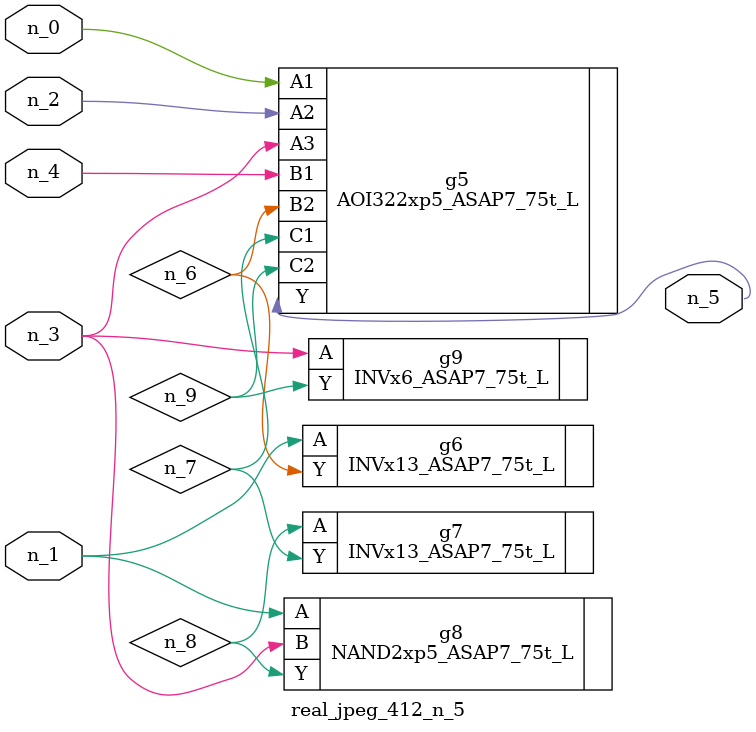
<source format=v>
module real_jpeg_412_n_5 (n_4, n_0, n_1, n_2, n_3, n_5);

input n_4;
input n_0;
input n_1;
input n_2;
input n_3;

output n_5;

wire n_8;
wire n_6;
wire n_7;
wire n_9;

AOI322xp5_ASAP7_75t_L g5 ( 
.A1(n_0),
.A2(n_2),
.A3(n_3),
.B1(n_4),
.B2(n_6),
.C1(n_7),
.C2(n_9),
.Y(n_5)
);

INVx13_ASAP7_75t_L g6 ( 
.A(n_1),
.Y(n_6)
);

NAND2xp5_ASAP7_75t_L g8 ( 
.A(n_1),
.B(n_3),
.Y(n_8)
);

INVx6_ASAP7_75t_L g9 ( 
.A(n_3),
.Y(n_9)
);

INVx13_ASAP7_75t_L g7 ( 
.A(n_8),
.Y(n_7)
);


endmodule
</source>
